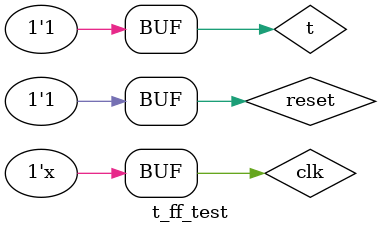
<source format=v>
`timescale 1ns / 1ps


module t_ff_test;

	// Inputs
	reg t;
	reg clk;
	reg reset;

	// Outputs
	wire q;

	// Instantiate the Unit Under Test (UUT)
	t_ff uut (
		.t(t), 
		.clk(clk), 
		.q(q)
	);

	initial begin
		// Initialize Inputs
		t = 0;
		clk = 0;
		reset=0;
		
		// Wait 100 ns for global reset to finish
		#100;
		t=1;
		reset=1;
        
		// Add stimulus here

	end
	
	always
	# 10 clk=~clk;
      
endmodule


</source>
